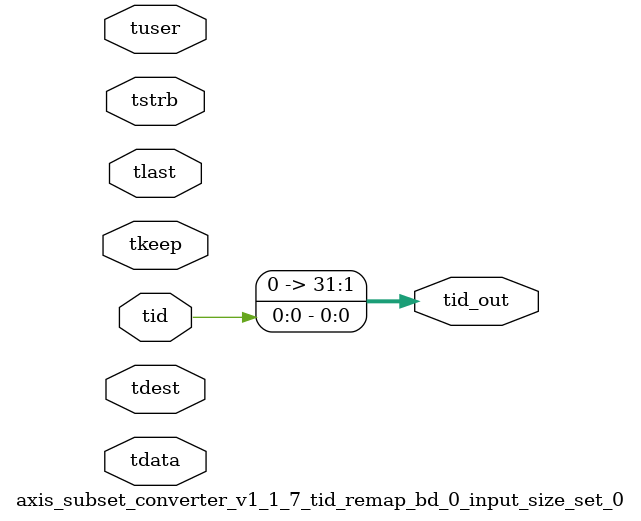
<source format=v>


`timescale 1ps/1ps

module axis_subset_converter_v1_1_7_tid_remap_bd_0_input_size_set_0 #
(
parameter C_S_AXIS_TID_WIDTH   = 1,
parameter C_S_AXIS_TUSER_WIDTH = 0,
parameter C_S_AXIS_TDATA_WIDTH = 0,
parameter C_S_AXIS_TDEST_WIDTH = 0,
parameter C_M_AXIS_TID_WIDTH   = 32
)
(
input  [(C_S_AXIS_TID_WIDTH   == 0 ? 1 : C_S_AXIS_TID_WIDTH)-1:0       ] tid,
input  [(C_S_AXIS_TDATA_WIDTH == 0 ? 1 : C_S_AXIS_TDATA_WIDTH)-1:0     ] tdata,
input  [(C_S_AXIS_TUSER_WIDTH == 0 ? 1 : C_S_AXIS_TUSER_WIDTH)-1:0     ] tuser,
input  [(C_S_AXIS_TDEST_WIDTH == 0 ? 1 : C_S_AXIS_TDEST_WIDTH)-1:0     ] tdest,
input  [(C_S_AXIS_TDATA_WIDTH/8)-1:0 ] tkeep,
input  [(C_S_AXIS_TDATA_WIDTH/8)-1:0 ] tstrb,
input                                                                    tlast,
output [(C_M_AXIS_TID_WIDTH   == 0 ? 1 : C_M_AXIS_TID_WIDTH)-1:0       ] tid_out
);

assign tid_out = {tid[0:0]};

endmodule


</source>
